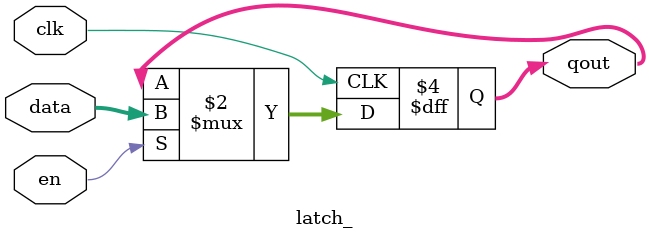
<source format=v>
module  latch_(qout,en,data,clk);
output[31:0] qout;
input en;
input[31:0] data; 
input clk;
reg[31:0] qout;

always @(posedge clk)
begin
	if(en)qout<=data;
	
end
endmodule

</source>
